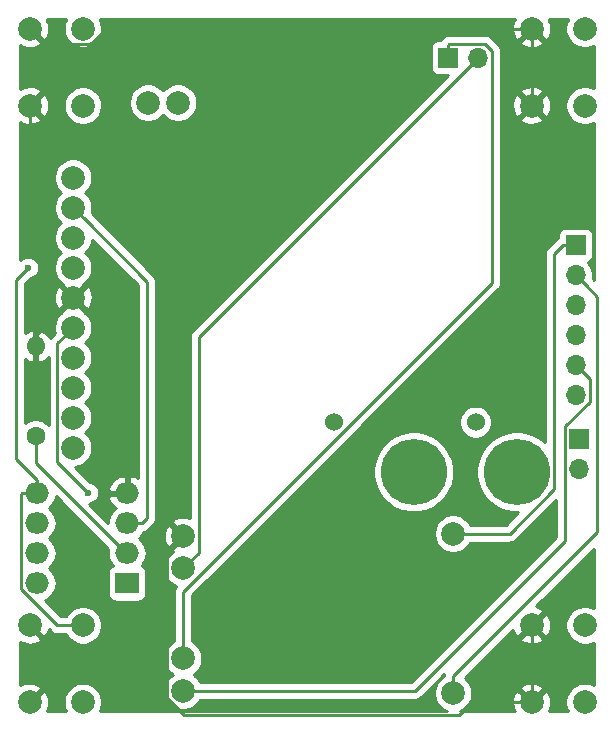
<source format=gbr>
G04 #@! TF.GenerationSoftware,KiCad,Pcbnew,5.1.5-52549c5~84~ubuntu18.04.1*
G04 #@! TF.CreationDate,2020-01-28T15:27:20+01:00*
G04 #@! TF.ProjectId,Nokolino,4e6f6b6f-6c69-46e6-9f2e-6b696361645f,3.0*
G04 #@! TF.SameCoordinates,Original*
G04 #@! TF.FileFunction,Copper,L2,Bot*
G04 #@! TF.FilePolarity,Positive*
%FSLAX46Y46*%
G04 Gerber Fmt 4.6, Leading zero omitted, Abs format (unit mm)*
G04 Created by KiCad (PCBNEW 5.1.5-52549c5~84~ubuntu18.04.1) date 2020-01-28 15:27:20*
%MOMM*%
%LPD*%
G04 APERTURE LIST*
%ADD10C,2.000000*%
%ADD11O,2.000000X1.800000*%
%ADD12R,2.000000X1.800000*%
%ADD13C,1.524000*%
%ADD14C,5.600000*%
%ADD15O,1.700000X1.700000*%
%ADD16R,1.700000X1.700000*%
%ADD17C,1.600000*%
%ADD18O,1.600000X1.600000*%
%ADD19C,0.600000*%
%ADD20C,0.250000*%
%ADD21C,0.254000*%
G04 APERTURE END LIST*
D10*
X170599100Y-145249900D03*
X170599100Y-131737100D03*
X147739100Y-145046700D03*
X147739100Y-131940300D03*
X147739100Y-134683500D03*
X147739100Y-142303500D03*
D11*
X135382000Y-135953500D03*
X143002000Y-128333500D03*
X135382000Y-133413500D03*
X143002000Y-130873500D03*
X135382000Y-130873500D03*
X143002000Y-133413500D03*
X135382000Y-128333500D03*
D12*
X143002000Y-135953500D03*
D13*
X172500000Y-122300000D03*
X160500000Y-122300000D03*
D14*
X176000000Y-126500000D03*
X167250000Y-126500000D03*
D15*
X172720000Y-91440000D03*
D16*
X170180000Y-91440000D03*
D15*
X181250000Y-126290000D03*
D16*
X181250000Y-123750000D03*
D15*
X180975000Y-120015000D03*
X180975000Y-117475000D03*
X180975000Y-114935000D03*
X180975000Y-112395000D03*
X180975000Y-109855000D03*
D16*
X180975000Y-107315000D03*
D17*
X135250000Y-123500000D03*
D18*
X135250000Y-115880000D03*
D10*
X139250000Y-95500000D03*
X134750000Y-95500000D03*
X139250000Y-89000000D03*
X134750000Y-89000000D03*
X177250000Y-89000000D03*
X181750000Y-89000000D03*
X177250000Y-95500000D03*
X181750000Y-95500000D03*
X181750000Y-146000000D03*
X177250000Y-146000000D03*
X181750000Y-139500000D03*
X177250000Y-139500000D03*
X134750000Y-139500000D03*
X139250000Y-139500000D03*
X134750000Y-146000000D03*
X139250000Y-146000000D03*
X138430000Y-101600000D03*
X138430000Y-104140000D03*
X138430000Y-106680000D03*
X138430000Y-109220000D03*
X138430000Y-111760000D03*
X138430000Y-114300000D03*
X138430000Y-116840000D03*
X138430000Y-119380000D03*
X138430000Y-121920000D03*
X138430000Y-124460000D03*
X144780000Y-95250000D03*
X147320000Y-95250000D03*
D19*
X134620000Y-109220000D03*
X134620000Y-109220000D03*
X139700000Y-128270000D03*
X139700000Y-128270000D03*
D20*
X133600010Y-125401510D02*
X133600010Y-110239990D01*
X135382000Y-128333500D02*
X135382000Y-127183500D01*
X135382000Y-127183500D02*
X133600010Y-125401510D01*
X133600010Y-110239990D02*
X134620000Y-109220000D01*
X134620000Y-109220000D02*
X134620000Y-109220000D01*
X134620000Y-109220000D02*
X134620000Y-109220000D01*
X137835787Y-139500000D02*
X139250000Y-139500000D01*
X137096075Y-139500000D02*
X137835787Y-139500000D01*
X134056990Y-136460915D02*
X137096075Y-139500000D01*
X134056990Y-128408510D02*
X134056990Y-136460915D01*
X134132000Y-128333500D02*
X134056990Y-128408510D01*
X135382000Y-128333500D02*
X134132000Y-128333500D01*
X137104999Y-115625001D02*
X137104999Y-125674999D01*
X138430000Y-114300000D02*
X137104999Y-115625001D01*
X137104999Y-125674999D02*
X139700000Y-128270000D01*
X139700000Y-128270000D02*
X139700000Y-128270000D01*
X139700000Y-128270000D02*
X139700000Y-128270000D01*
X170180000Y-90340000D02*
X170180000Y-91440000D01*
X170255001Y-90264999D02*
X170180000Y-90340000D01*
X173284001Y-90264999D02*
X170255001Y-90264999D01*
X173895001Y-90875999D02*
X173284001Y-90264999D01*
X173895001Y-110488601D02*
X173895001Y-90875999D01*
X147739100Y-136644502D02*
X173895001Y-110488601D01*
X147739100Y-142303500D02*
X147739100Y-136644502D01*
X149064101Y-115095899D02*
X171870001Y-92289999D01*
X147739100Y-134683500D02*
X149064101Y-133358499D01*
X149064101Y-133358499D02*
X149064101Y-115095899D01*
X171870001Y-92289999D02*
X172720000Y-91440000D01*
X179125001Y-108064999D02*
X179875000Y-107315000D01*
X179125001Y-128000001D02*
X179125001Y-108064999D01*
X179875000Y-107315000D02*
X180975000Y-107315000D01*
X175387902Y-131737100D02*
X179125001Y-128000001D01*
X170599100Y-131737100D02*
X175387902Y-131737100D01*
X182799990Y-131634797D02*
X182799990Y-111679990D01*
X182799990Y-111679990D02*
X181824999Y-110704999D01*
X170599100Y-143835687D02*
X182799990Y-131634797D01*
X181824999Y-110704999D02*
X180975000Y-109855000D01*
X170599100Y-145249900D02*
X170599100Y-143835687D01*
X177250000Y-89000000D02*
X177250000Y-95500000D01*
X146739101Y-132940299D02*
X147739100Y-131940300D01*
X146414099Y-133265301D02*
X146739101Y-132940299D01*
X171064223Y-147099990D02*
X147831388Y-147099990D01*
X147831388Y-147099990D02*
X146414099Y-145682701D01*
X146414099Y-145682701D02*
X146414099Y-133265301D01*
X135250000Y-114940000D02*
X135250000Y-115880000D01*
X138430000Y-111760000D02*
X135250000Y-114940000D01*
X134750000Y-108080000D02*
X134750000Y-95500000D01*
X138430000Y-111760000D02*
X134750000Y-108080000D01*
X136075001Y-90325001D02*
X135749999Y-89999999D01*
X139886001Y-90325001D02*
X136075001Y-90325001D01*
X135749999Y-89999999D02*
X134750000Y-89000000D01*
X141211002Y-89000000D02*
X139886001Y-90325001D01*
X177250000Y-89000000D02*
X141211002Y-89000000D01*
X177250000Y-140914213D02*
X177250000Y-146000000D01*
X177250000Y-139500000D02*
X177250000Y-140914213D01*
X172164213Y-146000000D02*
X171064223Y-147099990D01*
X177250000Y-146000000D02*
X172164213Y-146000000D01*
X135250000Y-125761500D02*
X135250000Y-124631370D01*
X135250000Y-124631370D02*
X135250000Y-123500000D01*
X142902000Y-133413500D02*
X135250000Y-125761500D01*
X143002000Y-133413500D02*
X142902000Y-133413500D01*
X181824999Y-118324999D02*
X180975000Y-117475000D01*
X182150001Y-120579001D02*
X182150001Y-118650001D01*
X182150001Y-118650001D02*
X181824999Y-118324999D01*
X180074999Y-122654003D02*
X182150001Y-120579001D01*
X180074999Y-132345001D02*
X180074999Y-122654003D01*
X167373300Y-145046700D02*
X180074999Y-132345001D01*
X147739100Y-145046700D02*
X167373300Y-145046700D01*
X139429999Y-105139999D02*
X138430000Y-104140000D01*
X144693801Y-110403801D02*
X139429999Y-105139999D01*
X144693801Y-130431699D02*
X144693801Y-110403801D01*
X144252000Y-130873500D02*
X144693801Y-130431699D01*
X143002000Y-130873500D02*
X144252000Y-130873500D01*
D21*
G36*
X182490000Y-138036807D02*
G01*
X182226912Y-137927832D01*
X181911033Y-137865000D01*
X181588967Y-137865000D01*
X181273088Y-137927832D01*
X180975537Y-138051082D01*
X180707748Y-138230013D01*
X180480013Y-138457748D01*
X180301082Y-138725537D01*
X180177832Y-139023088D01*
X180115000Y-139338967D01*
X180115000Y-139661033D01*
X180177832Y-139976912D01*
X180301082Y-140274463D01*
X180480013Y-140542252D01*
X180707748Y-140769987D01*
X180975537Y-140948918D01*
X181273088Y-141072168D01*
X181588967Y-141135000D01*
X181911033Y-141135000D01*
X182226912Y-141072168D01*
X182490000Y-140963193D01*
X182490000Y-144536807D01*
X182226912Y-144427832D01*
X181911033Y-144365000D01*
X181588967Y-144365000D01*
X181273088Y-144427832D01*
X180975537Y-144551082D01*
X180707748Y-144730013D01*
X180480013Y-144957748D01*
X180301082Y-145225537D01*
X180177832Y-145523088D01*
X180115000Y-145838967D01*
X180115000Y-146161033D01*
X180177832Y-146476912D01*
X180301082Y-146774463D01*
X180311463Y-146790000D01*
X178683889Y-146790000D01*
X178790704Y-146570429D01*
X178872384Y-146258892D01*
X178891718Y-145937405D01*
X178847961Y-145618325D01*
X178742795Y-145313912D01*
X178649814Y-145139956D01*
X178385413Y-145044192D01*
X177429605Y-146000000D01*
X177443748Y-146014143D01*
X177264143Y-146193748D01*
X177250000Y-146179605D01*
X177235858Y-146193748D01*
X177056253Y-146014143D01*
X177070395Y-146000000D01*
X176114587Y-145044192D01*
X175850186Y-145139956D01*
X175709296Y-145429571D01*
X175627616Y-145741108D01*
X175608282Y-146062595D01*
X175652039Y-146381675D01*
X175757205Y-146686088D01*
X175812747Y-146790000D01*
X171153431Y-146790000D01*
X171373563Y-146698818D01*
X171641352Y-146519887D01*
X171869087Y-146292152D01*
X172048018Y-146024363D01*
X172171268Y-145726812D01*
X172234100Y-145410933D01*
X172234100Y-145088867D01*
X172189489Y-144864587D01*
X176294192Y-144864587D01*
X177250000Y-145820395D01*
X178205808Y-144864587D01*
X178110044Y-144600186D01*
X177820429Y-144459296D01*
X177508892Y-144377616D01*
X177187405Y-144358282D01*
X176868325Y-144402039D01*
X176563912Y-144507205D01*
X176389956Y-144600186D01*
X176294192Y-144864587D01*
X172189489Y-144864587D01*
X172171268Y-144772988D01*
X172048018Y-144475437D01*
X171869087Y-144207648D01*
X171641352Y-143979913D01*
X171574407Y-143935181D01*
X174874175Y-140635413D01*
X176294192Y-140635413D01*
X176389956Y-140899814D01*
X176679571Y-141040704D01*
X176991108Y-141122384D01*
X177312595Y-141141718D01*
X177631675Y-141097961D01*
X177936088Y-140992795D01*
X178110044Y-140899814D01*
X178205808Y-140635413D01*
X177250000Y-139679605D01*
X176294192Y-140635413D01*
X174874175Y-140635413D01*
X175649130Y-139860459D01*
X175652039Y-139881675D01*
X175757205Y-140186088D01*
X175850186Y-140360044D01*
X176114587Y-140455808D01*
X177070395Y-139500000D01*
X177429605Y-139500000D01*
X178385413Y-140455808D01*
X178649814Y-140360044D01*
X178790704Y-140070429D01*
X178872384Y-139758892D01*
X178891718Y-139437405D01*
X178847961Y-139118325D01*
X178742795Y-138813912D01*
X178649814Y-138639956D01*
X178385413Y-138544192D01*
X177429605Y-139500000D01*
X177070395Y-139500000D01*
X177056253Y-139485858D01*
X177235858Y-139306253D01*
X177250000Y-139320395D01*
X178205808Y-138364587D01*
X178110044Y-138100186D01*
X177820429Y-137959296D01*
X177606406Y-137903183D01*
X182490000Y-133019589D01*
X182490000Y-138036807D01*
G37*
X182490000Y-138036807D02*
X182226912Y-137927832D01*
X181911033Y-137865000D01*
X181588967Y-137865000D01*
X181273088Y-137927832D01*
X180975537Y-138051082D01*
X180707748Y-138230013D01*
X180480013Y-138457748D01*
X180301082Y-138725537D01*
X180177832Y-139023088D01*
X180115000Y-139338967D01*
X180115000Y-139661033D01*
X180177832Y-139976912D01*
X180301082Y-140274463D01*
X180480013Y-140542252D01*
X180707748Y-140769987D01*
X180975537Y-140948918D01*
X181273088Y-141072168D01*
X181588967Y-141135000D01*
X181911033Y-141135000D01*
X182226912Y-141072168D01*
X182490000Y-140963193D01*
X182490000Y-144536807D01*
X182226912Y-144427832D01*
X181911033Y-144365000D01*
X181588967Y-144365000D01*
X181273088Y-144427832D01*
X180975537Y-144551082D01*
X180707748Y-144730013D01*
X180480013Y-144957748D01*
X180301082Y-145225537D01*
X180177832Y-145523088D01*
X180115000Y-145838967D01*
X180115000Y-146161033D01*
X180177832Y-146476912D01*
X180301082Y-146774463D01*
X180311463Y-146790000D01*
X178683889Y-146790000D01*
X178790704Y-146570429D01*
X178872384Y-146258892D01*
X178891718Y-145937405D01*
X178847961Y-145618325D01*
X178742795Y-145313912D01*
X178649814Y-145139956D01*
X178385413Y-145044192D01*
X177429605Y-146000000D01*
X177443748Y-146014143D01*
X177264143Y-146193748D01*
X177250000Y-146179605D01*
X177235858Y-146193748D01*
X177056253Y-146014143D01*
X177070395Y-146000000D01*
X176114587Y-145044192D01*
X175850186Y-145139956D01*
X175709296Y-145429571D01*
X175627616Y-145741108D01*
X175608282Y-146062595D01*
X175652039Y-146381675D01*
X175757205Y-146686088D01*
X175812747Y-146790000D01*
X171153431Y-146790000D01*
X171373563Y-146698818D01*
X171641352Y-146519887D01*
X171869087Y-146292152D01*
X172048018Y-146024363D01*
X172171268Y-145726812D01*
X172234100Y-145410933D01*
X172234100Y-145088867D01*
X172189489Y-144864587D01*
X176294192Y-144864587D01*
X177250000Y-145820395D01*
X178205808Y-144864587D01*
X178110044Y-144600186D01*
X177820429Y-144459296D01*
X177508892Y-144377616D01*
X177187405Y-144358282D01*
X176868325Y-144402039D01*
X176563912Y-144507205D01*
X176389956Y-144600186D01*
X176294192Y-144864587D01*
X172189489Y-144864587D01*
X172171268Y-144772988D01*
X172048018Y-144475437D01*
X171869087Y-144207648D01*
X171641352Y-143979913D01*
X171574407Y-143935181D01*
X174874175Y-140635413D01*
X176294192Y-140635413D01*
X176389956Y-140899814D01*
X176679571Y-141040704D01*
X176991108Y-141122384D01*
X177312595Y-141141718D01*
X177631675Y-141097961D01*
X177936088Y-140992795D01*
X178110044Y-140899814D01*
X178205808Y-140635413D01*
X177250000Y-139679605D01*
X176294192Y-140635413D01*
X174874175Y-140635413D01*
X175649130Y-139860459D01*
X175652039Y-139881675D01*
X175757205Y-140186088D01*
X175850186Y-140360044D01*
X176114587Y-140455808D01*
X177070395Y-139500000D01*
X177429605Y-139500000D01*
X178385413Y-140455808D01*
X178649814Y-140360044D01*
X178790704Y-140070429D01*
X178872384Y-139758892D01*
X178891718Y-139437405D01*
X178847961Y-139118325D01*
X178742795Y-138813912D01*
X178649814Y-138639956D01*
X178385413Y-138544192D01*
X177429605Y-139500000D01*
X177070395Y-139500000D01*
X177056253Y-139485858D01*
X177235858Y-139306253D01*
X177250000Y-139320395D01*
X178205808Y-138364587D01*
X178110044Y-138100186D01*
X177820429Y-137959296D01*
X177606406Y-137903183D01*
X182490000Y-133019589D01*
X182490000Y-138036807D01*
G36*
X137801082Y-88225537D02*
G01*
X137677832Y-88523088D01*
X137615000Y-88838967D01*
X137615000Y-89161033D01*
X137677832Y-89476912D01*
X137801082Y-89774463D01*
X137980013Y-90042252D01*
X138207748Y-90269987D01*
X138475537Y-90448918D01*
X138773088Y-90572168D01*
X139088967Y-90635000D01*
X139411033Y-90635000D01*
X139726912Y-90572168D01*
X140024463Y-90448918D01*
X140292252Y-90269987D01*
X140519987Y-90042252D01*
X140698918Y-89774463D01*
X140822168Y-89476912D01*
X140885000Y-89161033D01*
X140885000Y-88838967D01*
X140822168Y-88523088D01*
X140698918Y-88225537D01*
X140688537Y-88210000D01*
X175816111Y-88210000D01*
X175709296Y-88429571D01*
X175627616Y-88741108D01*
X175608282Y-89062595D01*
X175652039Y-89381675D01*
X175757205Y-89686088D01*
X175850186Y-89860044D01*
X176114587Y-89955808D01*
X177070395Y-89000000D01*
X177056253Y-88985858D01*
X177235858Y-88806253D01*
X177250000Y-88820395D01*
X177264143Y-88806253D01*
X177443748Y-88985858D01*
X177429605Y-89000000D01*
X178385413Y-89955808D01*
X178649814Y-89860044D01*
X178790704Y-89570429D01*
X178872384Y-89258892D01*
X178891718Y-88937405D01*
X178847961Y-88618325D01*
X178742795Y-88313912D01*
X178687253Y-88210000D01*
X180311463Y-88210000D01*
X180301082Y-88225537D01*
X180177832Y-88523088D01*
X180115000Y-88838967D01*
X180115000Y-89161033D01*
X180177832Y-89476912D01*
X180301082Y-89774463D01*
X180480013Y-90042252D01*
X180707748Y-90269987D01*
X180975537Y-90448918D01*
X181273088Y-90572168D01*
X181588967Y-90635000D01*
X181911033Y-90635000D01*
X182226912Y-90572168D01*
X182490001Y-90463193D01*
X182490001Y-94036807D01*
X182226912Y-93927832D01*
X181911033Y-93865000D01*
X181588967Y-93865000D01*
X181273088Y-93927832D01*
X180975537Y-94051082D01*
X180707748Y-94230013D01*
X180480013Y-94457748D01*
X180301082Y-94725537D01*
X180177832Y-95023088D01*
X180115000Y-95338967D01*
X180115000Y-95661033D01*
X180177832Y-95976912D01*
X180301082Y-96274463D01*
X180480013Y-96542252D01*
X180707748Y-96769987D01*
X180975537Y-96948918D01*
X181273088Y-97072168D01*
X181588967Y-97135000D01*
X181911033Y-97135000D01*
X182226912Y-97072168D01*
X182490001Y-96963193D01*
X182490001Y-110295199D01*
X182416209Y-110221408D01*
X182460000Y-110001260D01*
X182460000Y-109708740D01*
X182402932Y-109421842D01*
X182290990Y-109151589D01*
X182128475Y-108908368D01*
X181996620Y-108776513D01*
X182069180Y-108754502D01*
X182179494Y-108695537D01*
X182276185Y-108616185D01*
X182355537Y-108519494D01*
X182414502Y-108409180D01*
X182450812Y-108289482D01*
X182463072Y-108165000D01*
X182463072Y-106465000D01*
X182450812Y-106340518D01*
X182414502Y-106220820D01*
X182355537Y-106110506D01*
X182276185Y-106013815D01*
X182179494Y-105934463D01*
X182069180Y-105875498D01*
X181949482Y-105839188D01*
X181825000Y-105826928D01*
X180125000Y-105826928D01*
X180000518Y-105839188D01*
X179880820Y-105875498D01*
X179770506Y-105934463D01*
X179673815Y-106013815D01*
X179594463Y-106110506D01*
X179535498Y-106220820D01*
X179499188Y-106340518D01*
X179486928Y-106465000D01*
X179486928Y-106660674D01*
X179450724Y-106680026D01*
X179334999Y-106774999D01*
X179311201Y-106803998D01*
X178613999Y-107501200D01*
X178585001Y-107524998D01*
X178561203Y-107553996D01*
X178561202Y-107553997D01*
X178490027Y-107640723D01*
X178419455Y-107772753D01*
X178375999Y-107916014D01*
X178361325Y-108064999D01*
X178365002Y-108102332D01*
X178365001Y-124007178D01*
X178189685Y-123831862D01*
X177627082Y-123455943D01*
X177001952Y-123197006D01*
X176338318Y-123065000D01*
X175661682Y-123065000D01*
X174998048Y-123197006D01*
X174372918Y-123455943D01*
X173810315Y-123831862D01*
X173331862Y-124310315D01*
X172955943Y-124872918D01*
X172697006Y-125498048D01*
X172565000Y-126161682D01*
X172565000Y-126838318D01*
X172697006Y-127501952D01*
X172955943Y-128127082D01*
X173331862Y-128689685D01*
X173810315Y-129168138D01*
X174372918Y-129544057D01*
X174998048Y-129802994D01*
X175661682Y-129935000D01*
X176115201Y-129935000D01*
X175073101Y-130977100D01*
X172054009Y-130977100D01*
X172048018Y-130962637D01*
X171869087Y-130694848D01*
X171641352Y-130467113D01*
X171373563Y-130288182D01*
X171076012Y-130164932D01*
X170760133Y-130102100D01*
X170438067Y-130102100D01*
X170122188Y-130164932D01*
X169824637Y-130288182D01*
X169556848Y-130467113D01*
X169329113Y-130694848D01*
X169150182Y-130962637D01*
X169026932Y-131260188D01*
X168964100Y-131576067D01*
X168964100Y-131898133D01*
X169026932Y-132214012D01*
X169150182Y-132511563D01*
X169329113Y-132779352D01*
X169556848Y-133007087D01*
X169824637Y-133186018D01*
X170122188Y-133309268D01*
X170438067Y-133372100D01*
X170760133Y-133372100D01*
X171076012Y-133309268D01*
X171373563Y-133186018D01*
X171641352Y-133007087D01*
X171869087Y-132779352D01*
X172048018Y-132511563D01*
X172054009Y-132497100D01*
X175350580Y-132497100D01*
X175387902Y-132500776D01*
X175425224Y-132497100D01*
X175425235Y-132497100D01*
X175536888Y-132486103D01*
X175680149Y-132442646D01*
X175812178Y-132372074D01*
X175927903Y-132277101D01*
X175951706Y-132248097D01*
X179314999Y-128884805D01*
X179314999Y-132030199D01*
X167058499Y-144286700D01*
X149194009Y-144286700D01*
X149188018Y-144272237D01*
X149009087Y-144004448D01*
X148781352Y-143776713D01*
X148629277Y-143675100D01*
X148781352Y-143573487D01*
X149009087Y-143345752D01*
X149188018Y-143077963D01*
X149311268Y-142780412D01*
X149374100Y-142464533D01*
X149374100Y-142142467D01*
X149311268Y-141826588D01*
X149188018Y-141529037D01*
X149009087Y-141261248D01*
X148781352Y-141033513D01*
X148513563Y-140854582D01*
X148499100Y-140848591D01*
X148499100Y-136959303D01*
X159296721Y-126161682D01*
X163815000Y-126161682D01*
X163815000Y-126838318D01*
X163947006Y-127501952D01*
X164205943Y-128127082D01*
X164581862Y-128689685D01*
X165060315Y-129168138D01*
X165622918Y-129544057D01*
X166248048Y-129802994D01*
X166911682Y-129935000D01*
X167588318Y-129935000D01*
X168251952Y-129802994D01*
X168877082Y-129544057D01*
X169439685Y-129168138D01*
X169918138Y-128689685D01*
X170294057Y-128127082D01*
X170552994Y-127501952D01*
X170685000Y-126838318D01*
X170685000Y-126161682D01*
X170552994Y-125498048D01*
X170294057Y-124872918D01*
X169918138Y-124310315D01*
X169439685Y-123831862D01*
X168877082Y-123455943D01*
X168251952Y-123197006D01*
X167588318Y-123065000D01*
X166911682Y-123065000D01*
X166248048Y-123197006D01*
X165622918Y-123455943D01*
X165060315Y-123831862D01*
X164581862Y-124310315D01*
X164205943Y-124872918D01*
X163947006Y-125498048D01*
X163815000Y-126161682D01*
X159296721Y-126161682D01*
X163295995Y-122162408D01*
X171103000Y-122162408D01*
X171103000Y-122437592D01*
X171156686Y-122707490D01*
X171261995Y-122961727D01*
X171414880Y-123190535D01*
X171609465Y-123385120D01*
X171838273Y-123538005D01*
X172092510Y-123643314D01*
X172362408Y-123697000D01*
X172637592Y-123697000D01*
X172907490Y-123643314D01*
X173161727Y-123538005D01*
X173390535Y-123385120D01*
X173585120Y-123190535D01*
X173738005Y-122961727D01*
X173843314Y-122707490D01*
X173897000Y-122437592D01*
X173897000Y-122162408D01*
X173843314Y-121892510D01*
X173738005Y-121638273D01*
X173585120Y-121409465D01*
X173390535Y-121214880D01*
X173161727Y-121061995D01*
X172907490Y-120956686D01*
X172637592Y-120903000D01*
X172362408Y-120903000D01*
X172092510Y-120956686D01*
X171838273Y-121061995D01*
X171609465Y-121214880D01*
X171414880Y-121409465D01*
X171261995Y-121638273D01*
X171156686Y-121892510D01*
X171103000Y-122162408D01*
X163295995Y-122162408D01*
X174406005Y-111052399D01*
X174435002Y-111028602D01*
X174467509Y-110988992D01*
X174529975Y-110912878D01*
X174600547Y-110780848D01*
X174623555Y-110704998D01*
X174644004Y-110637587D01*
X174655001Y-110525934D01*
X174655001Y-110525924D01*
X174658677Y-110488601D01*
X174655001Y-110451278D01*
X174655001Y-96635413D01*
X176294192Y-96635413D01*
X176389956Y-96899814D01*
X176679571Y-97040704D01*
X176991108Y-97122384D01*
X177312595Y-97141718D01*
X177631675Y-97097961D01*
X177936088Y-96992795D01*
X178110044Y-96899814D01*
X178205808Y-96635413D01*
X177250000Y-95679605D01*
X176294192Y-96635413D01*
X174655001Y-96635413D01*
X174655001Y-95562595D01*
X175608282Y-95562595D01*
X175652039Y-95881675D01*
X175757205Y-96186088D01*
X175850186Y-96360044D01*
X176114587Y-96455808D01*
X177070395Y-95500000D01*
X177429605Y-95500000D01*
X178385413Y-96455808D01*
X178649814Y-96360044D01*
X178790704Y-96070429D01*
X178872384Y-95758892D01*
X178891718Y-95437405D01*
X178847961Y-95118325D01*
X178742795Y-94813912D01*
X178649814Y-94639956D01*
X178385413Y-94544192D01*
X177429605Y-95500000D01*
X177070395Y-95500000D01*
X176114587Y-94544192D01*
X175850186Y-94639956D01*
X175709296Y-94929571D01*
X175627616Y-95241108D01*
X175608282Y-95562595D01*
X174655001Y-95562595D01*
X174655001Y-94364587D01*
X176294192Y-94364587D01*
X177250000Y-95320395D01*
X178205808Y-94364587D01*
X178110044Y-94100186D01*
X177820429Y-93959296D01*
X177508892Y-93877616D01*
X177187405Y-93858282D01*
X176868325Y-93902039D01*
X176563912Y-94007205D01*
X176389956Y-94100186D01*
X176294192Y-94364587D01*
X174655001Y-94364587D01*
X174655001Y-90913321D01*
X174658677Y-90875998D01*
X174655001Y-90838675D01*
X174655001Y-90838666D01*
X174644004Y-90727013D01*
X174600547Y-90583752D01*
X174529975Y-90451723D01*
X174499004Y-90413985D01*
X174458800Y-90364995D01*
X174458796Y-90364991D01*
X174435002Y-90335998D01*
X174406009Y-90312204D01*
X174229218Y-90135413D01*
X176294192Y-90135413D01*
X176389956Y-90399814D01*
X176679571Y-90540704D01*
X176991108Y-90622384D01*
X177312595Y-90641718D01*
X177631675Y-90597961D01*
X177936088Y-90492795D01*
X178110044Y-90399814D01*
X178205808Y-90135413D01*
X177250000Y-89179605D01*
X176294192Y-90135413D01*
X174229218Y-90135413D01*
X173847804Y-89754001D01*
X173824002Y-89724998D01*
X173708277Y-89630025D01*
X173576248Y-89559453D01*
X173432987Y-89515996D01*
X173321334Y-89504999D01*
X173321323Y-89504999D01*
X173284001Y-89501323D01*
X173246679Y-89504999D01*
X170292323Y-89504999D01*
X170255000Y-89501323D01*
X170217678Y-89504999D01*
X170217668Y-89504999D01*
X170106015Y-89515996D01*
X169962754Y-89559453D01*
X169830725Y-89630025D01*
X169715000Y-89724998D01*
X169691200Y-89753998D01*
X169669000Y-89776198D01*
X169639999Y-89799999D01*
X169590722Y-89860044D01*
X169545026Y-89915724D01*
X169525674Y-89951928D01*
X169330000Y-89951928D01*
X169205518Y-89964188D01*
X169085820Y-90000498D01*
X168975506Y-90059463D01*
X168878815Y-90138815D01*
X168799463Y-90235506D01*
X168740498Y-90345820D01*
X168704188Y-90465518D01*
X168691928Y-90590000D01*
X168691928Y-92290000D01*
X168704188Y-92414482D01*
X168740498Y-92534180D01*
X168799463Y-92644494D01*
X168878815Y-92741185D01*
X168975506Y-92820537D01*
X169085820Y-92879502D01*
X169205518Y-92915812D01*
X169330000Y-92928072D01*
X170157126Y-92928072D01*
X148553099Y-114532100D01*
X148524101Y-114555898D01*
X148500303Y-114584896D01*
X148500302Y-114584897D01*
X148429127Y-114671623D01*
X148358555Y-114803653D01*
X148315099Y-114946914D01*
X148300425Y-115095899D01*
X148304102Y-115133232D01*
X148304101Y-130398173D01*
X147997992Y-130317916D01*
X147676505Y-130298582D01*
X147357425Y-130342339D01*
X147053012Y-130447505D01*
X146879056Y-130540486D01*
X146783292Y-130804887D01*
X147739100Y-131760695D01*
X147753243Y-131746553D01*
X147932848Y-131926158D01*
X147918705Y-131940300D01*
X147932848Y-131954443D01*
X147753243Y-132134048D01*
X147739100Y-132119905D01*
X146783292Y-133075713D01*
X146864957Y-133301186D01*
X146696848Y-133413513D01*
X146469113Y-133641248D01*
X146290182Y-133909037D01*
X146166932Y-134206588D01*
X146104100Y-134522467D01*
X146104100Y-134844533D01*
X146166932Y-135160412D01*
X146290182Y-135457963D01*
X146469113Y-135725752D01*
X146696848Y-135953487D01*
X146964637Y-136132418D01*
X147122519Y-136197815D01*
X147104126Y-136220226D01*
X147033554Y-136352256D01*
X146990098Y-136495517D01*
X146975424Y-136644502D01*
X146979101Y-136681834D01*
X146979100Y-140848591D01*
X146964637Y-140854582D01*
X146696848Y-141033513D01*
X146469113Y-141261248D01*
X146290182Y-141529037D01*
X146166932Y-141826588D01*
X146104100Y-142142467D01*
X146104100Y-142464533D01*
X146166932Y-142780412D01*
X146290182Y-143077963D01*
X146469113Y-143345752D01*
X146696848Y-143573487D01*
X146848923Y-143675100D01*
X146696848Y-143776713D01*
X146469113Y-144004448D01*
X146290182Y-144272237D01*
X146166932Y-144569788D01*
X146104100Y-144885667D01*
X146104100Y-145207733D01*
X146166932Y-145523612D01*
X146290182Y-145821163D01*
X146469113Y-146088952D01*
X146696848Y-146316687D01*
X146964637Y-146495618D01*
X147262188Y-146618868D01*
X147578067Y-146681700D01*
X147900133Y-146681700D01*
X148216012Y-146618868D01*
X148513563Y-146495618D01*
X148781352Y-146316687D01*
X149009087Y-146088952D01*
X149188018Y-145821163D01*
X149194009Y-145806700D01*
X167335978Y-145806700D01*
X167373300Y-145810376D01*
X167410622Y-145806700D01*
X167410633Y-145806700D01*
X167522286Y-145795703D01*
X167665547Y-145752246D01*
X167797576Y-145681674D01*
X167913301Y-145586701D01*
X167937104Y-145557697D01*
X169868385Y-143626416D01*
X169850098Y-143686701D01*
X169839446Y-143794848D01*
X169824637Y-143800982D01*
X169556848Y-143979913D01*
X169329113Y-144207648D01*
X169150182Y-144475437D01*
X169026932Y-144772988D01*
X168964100Y-145088867D01*
X168964100Y-145410933D01*
X169026932Y-145726812D01*
X169150182Y-146024363D01*
X169329113Y-146292152D01*
X169556848Y-146519887D01*
X169824637Y-146698818D01*
X170044769Y-146790000D01*
X140688537Y-146790000D01*
X140698918Y-146774463D01*
X140822168Y-146476912D01*
X140885000Y-146161033D01*
X140885000Y-145838967D01*
X140822168Y-145523088D01*
X140698918Y-145225537D01*
X140519987Y-144957748D01*
X140292252Y-144730013D01*
X140024463Y-144551082D01*
X139726912Y-144427832D01*
X139411033Y-144365000D01*
X139088967Y-144365000D01*
X138773088Y-144427832D01*
X138475537Y-144551082D01*
X138207748Y-144730013D01*
X137980013Y-144957748D01*
X137801082Y-145225537D01*
X137677832Y-145523088D01*
X137615000Y-145838967D01*
X137615000Y-146161033D01*
X137677832Y-146476912D01*
X137801082Y-146774463D01*
X137811463Y-146790000D01*
X136183889Y-146790000D01*
X136290704Y-146570429D01*
X136372384Y-146258892D01*
X136391718Y-145937405D01*
X136347961Y-145618325D01*
X136242795Y-145313912D01*
X136149814Y-145139956D01*
X135885413Y-145044192D01*
X134929605Y-146000000D01*
X134943748Y-146014143D01*
X134764143Y-146193748D01*
X134750000Y-146179605D01*
X134735858Y-146193748D01*
X134556253Y-146014143D01*
X134570395Y-146000000D01*
X134556253Y-145985858D01*
X134735858Y-145806253D01*
X134750000Y-145820395D01*
X135705808Y-144864587D01*
X135610044Y-144600186D01*
X135320429Y-144459296D01*
X135008892Y-144377616D01*
X134687405Y-144358282D01*
X134368325Y-144402039D01*
X134063912Y-144507205D01*
X133910000Y-144589472D01*
X133910000Y-140909565D01*
X134179571Y-141040704D01*
X134491108Y-141122384D01*
X134812595Y-141141718D01*
X135131675Y-141097961D01*
X135436088Y-140992795D01*
X135610044Y-140899814D01*
X135705808Y-140635413D01*
X134750000Y-139679605D01*
X134735858Y-139693748D01*
X134556253Y-139514143D01*
X134570395Y-139500000D01*
X134556253Y-139485858D01*
X134735858Y-139306253D01*
X134750000Y-139320395D01*
X134764143Y-139306253D01*
X134943748Y-139485858D01*
X134929605Y-139500000D01*
X135885413Y-140455808D01*
X136149814Y-140360044D01*
X136290704Y-140070429D01*
X136353228Y-139831955D01*
X136532276Y-140011003D01*
X136556074Y-140040001D01*
X136671799Y-140134974D01*
X136803828Y-140205546D01*
X136947089Y-140249003D01*
X137058742Y-140260000D01*
X137058751Y-140260000D01*
X137096074Y-140263676D01*
X137133397Y-140260000D01*
X137795091Y-140260000D01*
X137801082Y-140274463D01*
X137980013Y-140542252D01*
X138207748Y-140769987D01*
X138475537Y-140948918D01*
X138773088Y-141072168D01*
X139088967Y-141135000D01*
X139411033Y-141135000D01*
X139726912Y-141072168D01*
X140024463Y-140948918D01*
X140292252Y-140769987D01*
X140519987Y-140542252D01*
X140698918Y-140274463D01*
X140822168Y-139976912D01*
X140885000Y-139661033D01*
X140885000Y-139338967D01*
X140822168Y-139023088D01*
X140698918Y-138725537D01*
X140519987Y-138457748D01*
X140292252Y-138230013D01*
X140024463Y-138051082D01*
X139726912Y-137927832D01*
X139411033Y-137865000D01*
X139088967Y-137865000D01*
X138773088Y-137927832D01*
X138475537Y-138051082D01*
X138207748Y-138230013D01*
X137980013Y-138457748D01*
X137801082Y-138725537D01*
X137795091Y-138740000D01*
X137410877Y-138740000D01*
X136054716Y-137383839D01*
X136072261Y-137378517D01*
X136338927Y-137235981D01*
X136572661Y-137044161D01*
X136764481Y-136810427D01*
X136907017Y-136543761D01*
X136994790Y-136254413D01*
X137024427Y-135953500D01*
X136994790Y-135652587D01*
X136907017Y-135363239D01*
X136764481Y-135096573D01*
X136572661Y-134862839D01*
X136354135Y-134683500D01*
X136572661Y-134504161D01*
X136764481Y-134270427D01*
X136907017Y-134003761D01*
X136994790Y-133714413D01*
X137024427Y-133413500D01*
X136994790Y-133112587D01*
X136907017Y-132823239D01*
X136764481Y-132556573D01*
X136572661Y-132322839D01*
X136354135Y-132143500D01*
X136572661Y-131964161D01*
X136764481Y-131730427D01*
X136907017Y-131463761D01*
X136994790Y-131174413D01*
X137024427Y-130873500D01*
X136994790Y-130572587D01*
X136907017Y-130283239D01*
X136764481Y-130016573D01*
X136572661Y-129782839D01*
X136354135Y-129603500D01*
X136572661Y-129424161D01*
X136764481Y-129190427D01*
X136907017Y-128923761D01*
X136994790Y-128634413D01*
X136999571Y-128585872D01*
X141421114Y-133007415D01*
X141389210Y-133112587D01*
X141359573Y-133413500D01*
X141389210Y-133714413D01*
X141476983Y-134003761D01*
X141619519Y-134270427D01*
X141774280Y-134459005D01*
X141757820Y-134463998D01*
X141647506Y-134522963D01*
X141550815Y-134602315D01*
X141471463Y-134699006D01*
X141412498Y-134809320D01*
X141376188Y-134929018D01*
X141363928Y-135053500D01*
X141363928Y-136853500D01*
X141376188Y-136977982D01*
X141412498Y-137097680D01*
X141471463Y-137207994D01*
X141550815Y-137304685D01*
X141647506Y-137384037D01*
X141757820Y-137443002D01*
X141877518Y-137479312D01*
X142002000Y-137491572D01*
X144002000Y-137491572D01*
X144126482Y-137479312D01*
X144246180Y-137443002D01*
X144356494Y-137384037D01*
X144453185Y-137304685D01*
X144532537Y-137207994D01*
X144591502Y-137097680D01*
X144627812Y-136977982D01*
X144640072Y-136853500D01*
X144640072Y-135053500D01*
X144627812Y-134929018D01*
X144591502Y-134809320D01*
X144532537Y-134699006D01*
X144453185Y-134602315D01*
X144356494Y-134522963D01*
X144246180Y-134463998D01*
X144229720Y-134459005D01*
X144384481Y-134270427D01*
X144527017Y-134003761D01*
X144614790Y-133714413D01*
X144644427Y-133413500D01*
X144614790Y-133112587D01*
X144527017Y-132823239D01*
X144384481Y-132556573D01*
X144192661Y-132322839D01*
X143974135Y-132143500D01*
X144145463Y-132002895D01*
X146097382Y-132002895D01*
X146141139Y-132321975D01*
X146246305Y-132626388D01*
X146339286Y-132800344D01*
X146603687Y-132896108D01*
X147559495Y-131940300D01*
X146603687Y-130984492D01*
X146339286Y-131080256D01*
X146198396Y-131369871D01*
X146116716Y-131681408D01*
X146097382Y-132002895D01*
X144145463Y-132002895D01*
X144192661Y-131964161D01*
X144384481Y-131730427D01*
X144450137Y-131607593D01*
X144544247Y-131579046D01*
X144676276Y-131508474D01*
X144792001Y-131413501D01*
X144815804Y-131384497D01*
X145204799Y-130995502D01*
X145233802Y-130971700D01*
X145293832Y-130898553D01*
X145328775Y-130855976D01*
X145399347Y-130723946D01*
X145399347Y-130723945D01*
X145442804Y-130580685D01*
X145453801Y-130469032D01*
X145453801Y-130469022D01*
X145457477Y-130431699D01*
X145453801Y-130394376D01*
X145453801Y-110441123D01*
X145457477Y-110403800D01*
X145453801Y-110366477D01*
X145453801Y-110366468D01*
X145442804Y-110254815D01*
X145399347Y-110111554D01*
X145328775Y-109979525D01*
X145233802Y-109863800D01*
X145204804Y-109840002D01*
X139996177Y-104631376D01*
X140002168Y-104616912D01*
X140065000Y-104301033D01*
X140065000Y-103978967D01*
X140002168Y-103663088D01*
X139878918Y-103365537D01*
X139699987Y-103097748D01*
X139472252Y-102870013D01*
X139472233Y-102870000D01*
X139472252Y-102869987D01*
X139699987Y-102642252D01*
X139878918Y-102374463D01*
X140002168Y-102076912D01*
X140065000Y-101761033D01*
X140065000Y-101438967D01*
X140002168Y-101123088D01*
X139878918Y-100825537D01*
X139699987Y-100557748D01*
X139472252Y-100330013D01*
X139204463Y-100151082D01*
X138906912Y-100027832D01*
X138591033Y-99965000D01*
X138268967Y-99965000D01*
X137953088Y-100027832D01*
X137655537Y-100151082D01*
X137387748Y-100330013D01*
X137160013Y-100557748D01*
X136981082Y-100825537D01*
X136857832Y-101123088D01*
X136795000Y-101438967D01*
X136795000Y-101761033D01*
X136857832Y-102076912D01*
X136981082Y-102374463D01*
X137160013Y-102642252D01*
X137387748Y-102869987D01*
X137387767Y-102870000D01*
X137387748Y-102870013D01*
X137160013Y-103097748D01*
X136981082Y-103365537D01*
X136857832Y-103663088D01*
X136795000Y-103978967D01*
X136795000Y-104301033D01*
X136857832Y-104616912D01*
X136981082Y-104914463D01*
X137160013Y-105182252D01*
X137387748Y-105409987D01*
X137387767Y-105410000D01*
X137387748Y-105410013D01*
X137160013Y-105637748D01*
X136981082Y-105905537D01*
X136857832Y-106203088D01*
X136795000Y-106518967D01*
X136795000Y-106841033D01*
X136857832Y-107156912D01*
X136981082Y-107454463D01*
X137160013Y-107722252D01*
X137387748Y-107949987D01*
X137387767Y-107950000D01*
X137387748Y-107950013D01*
X137160013Y-108177748D01*
X136981082Y-108445537D01*
X136857832Y-108743088D01*
X136795000Y-109058967D01*
X136795000Y-109381033D01*
X136857832Y-109696912D01*
X136981082Y-109994463D01*
X137160013Y-110262252D01*
X137387748Y-110489987D01*
X137496600Y-110562720D01*
X137474192Y-110624587D01*
X138430000Y-111580395D01*
X139385808Y-110624587D01*
X139363400Y-110562720D01*
X139472252Y-110489987D01*
X139699987Y-110262252D01*
X139878918Y-109994463D01*
X140002168Y-109696912D01*
X140065000Y-109381033D01*
X140065000Y-109058967D01*
X140002168Y-108743088D01*
X139878918Y-108445537D01*
X139699987Y-108177748D01*
X139472252Y-107950013D01*
X139472233Y-107950000D01*
X139472252Y-107949987D01*
X139699987Y-107722252D01*
X139878918Y-107454463D01*
X140002168Y-107156912D01*
X140063545Y-106848346D01*
X143933802Y-110718604D01*
X143933801Y-127045508D01*
X143926474Y-127039756D01*
X143658235Y-126903768D01*
X143368620Y-126822724D01*
X143129000Y-126958366D01*
X143129000Y-128206500D01*
X143149000Y-128206500D01*
X143149000Y-128460500D01*
X143129000Y-128460500D01*
X143129000Y-128480500D01*
X142875000Y-128480500D01*
X142875000Y-128460500D01*
X141531622Y-128460500D01*
X141410964Y-128698240D01*
X141497709Y-128951156D01*
X141645191Y-129213251D01*
X141840971Y-129441538D01*
X142038379Y-129596512D01*
X141811339Y-129782839D01*
X141619519Y-130016573D01*
X141476983Y-130283239D01*
X141389210Y-130572587D01*
X141366497Y-130803196D01*
X139768302Y-129205000D01*
X139792089Y-129205000D01*
X139972729Y-129169068D01*
X140142889Y-129098586D01*
X140296028Y-128996262D01*
X140426262Y-128866028D01*
X140528586Y-128712889D01*
X140599068Y-128542729D01*
X140635000Y-128362089D01*
X140635000Y-128177911D01*
X140599068Y-127997271D01*
X140587259Y-127968760D01*
X141410964Y-127968760D01*
X141531622Y-128206500D01*
X142875000Y-128206500D01*
X142875000Y-126958366D01*
X142635380Y-126822724D01*
X142345765Y-126903768D01*
X142077526Y-127039756D01*
X141840971Y-127225462D01*
X141645191Y-127453749D01*
X141497709Y-127715844D01*
X141410964Y-127968760D01*
X140587259Y-127968760D01*
X140528586Y-127827111D01*
X140426262Y-127673972D01*
X140296028Y-127543738D01*
X140142889Y-127441414D01*
X139972729Y-127370932D01*
X139851649Y-127346847D01*
X138598347Y-126093545D01*
X138906912Y-126032168D01*
X139204463Y-125908918D01*
X139472252Y-125729987D01*
X139699987Y-125502252D01*
X139878918Y-125234463D01*
X140002168Y-124936912D01*
X140065000Y-124621033D01*
X140065000Y-124298967D01*
X140002168Y-123983088D01*
X139878918Y-123685537D01*
X139699987Y-123417748D01*
X139472252Y-123190013D01*
X139472233Y-123190000D01*
X139472252Y-123189987D01*
X139699987Y-122962252D01*
X139878918Y-122694463D01*
X140002168Y-122396912D01*
X140065000Y-122081033D01*
X140065000Y-121758967D01*
X140002168Y-121443088D01*
X139878918Y-121145537D01*
X139699987Y-120877748D01*
X139472252Y-120650013D01*
X139472233Y-120650000D01*
X139472252Y-120649987D01*
X139699987Y-120422252D01*
X139878918Y-120154463D01*
X140002168Y-119856912D01*
X140065000Y-119541033D01*
X140065000Y-119218967D01*
X140002168Y-118903088D01*
X139878918Y-118605537D01*
X139699987Y-118337748D01*
X139472252Y-118110013D01*
X139472233Y-118110000D01*
X139472252Y-118109987D01*
X139699987Y-117882252D01*
X139878918Y-117614463D01*
X140002168Y-117316912D01*
X140065000Y-117001033D01*
X140065000Y-116678967D01*
X140002168Y-116363088D01*
X139878918Y-116065537D01*
X139699987Y-115797748D01*
X139472252Y-115570013D01*
X139472233Y-115570000D01*
X139472252Y-115569987D01*
X139699987Y-115342252D01*
X139878918Y-115074463D01*
X140002168Y-114776912D01*
X140065000Y-114461033D01*
X140065000Y-114138967D01*
X140002168Y-113823088D01*
X139878918Y-113525537D01*
X139699987Y-113257748D01*
X139472252Y-113030013D01*
X139363400Y-112957280D01*
X139385808Y-112895413D01*
X138430000Y-111939605D01*
X137474192Y-112895413D01*
X137496600Y-112957280D01*
X137387748Y-113030013D01*
X137160013Y-113257748D01*
X136981082Y-113525537D01*
X136857832Y-113823088D01*
X136795000Y-114138967D01*
X136795000Y-114461033D01*
X136857832Y-114776912D01*
X136863823Y-114791376D01*
X136594001Y-115061198D01*
X136564998Y-115085000D01*
X136509870Y-115152175D01*
X136491880Y-115174095D01*
X136402385Y-115024869D01*
X136213414Y-114816481D01*
X135987420Y-114648963D01*
X135733087Y-114528754D01*
X135599039Y-114488096D01*
X135377000Y-114610085D01*
X135377000Y-115753000D01*
X135397000Y-115753000D01*
X135397000Y-116007000D01*
X135377000Y-116007000D01*
X135377000Y-117149915D01*
X135599039Y-117271904D01*
X135733087Y-117231246D01*
X135987420Y-117111037D01*
X136213414Y-116943519D01*
X136344999Y-116798413D01*
X136345000Y-122565604D01*
X136164759Y-122385363D01*
X135929727Y-122228320D01*
X135668574Y-122120147D01*
X135391335Y-122065000D01*
X135108665Y-122065000D01*
X134831426Y-122120147D01*
X134570273Y-122228320D01*
X134360010Y-122368813D01*
X134360010Y-116997945D01*
X134512580Y-117111037D01*
X134766913Y-117231246D01*
X134900961Y-117271904D01*
X135123000Y-117149915D01*
X135123000Y-116007000D01*
X135103000Y-116007000D01*
X135103000Y-115753000D01*
X135123000Y-115753000D01*
X135123000Y-114610085D01*
X134900961Y-114488096D01*
X134766913Y-114528754D01*
X134512580Y-114648963D01*
X134360010Y-114762055D01*
X134360010Y-111822595D01*
X136788282Y-111822595D01*
X136832039Y-112141675D01*
X136937205Y-112446088D01*
X137030186Y-112620044D01*
X137294587Y-112715808D01*
X138250395Y-111760000D01*
X138609605Y-111760000D01*
X139565413Y-112715808D01*
X139829814Y-112620044D01*
X139970704Y-112330429D01*
X140052384Y-112018892D01*
X140071718Y-111697405D01*
X140027961Y-111378325D01*
X139922795Y-111073912D01*
X139829814Y-110899956D01*
X139565413Y-110804192D01*
X138609605Y-111760000D01*
X138250395Y-111760000D01*
X137294587Y-110804192D01*
X137030186Y-110899956D01*
X136889296Y-111189571D01*
X136807616Y-111501108D01*
X136788282Y-111822595D01*
X134360010Y-111822595D01*
X134360010Y-110554791D01*
X134771649Y-110143153D01*
X134892729Y-110119068D01*
X135062889Y-110048586D01*
X135216028Y-109946262D01*
X135346262Y-109816028D01*
X135448586Y-109662889D01*
X135519068Y-109492729D01*
X135555000Y-109312089D01*
X135555000Y-109127911D01*
X135519068Y-108947271D01*
X135448586Y-108777111D01*
X135346262Y-108623972D01*
X135216028Y-108493738D01*
X135062889Y-108391414D01*
X134892729Y-108320932D01*
X134712089Y-108285000D01*
X134527911Y-108285000D01*
X134347271Y-108320932D01*
X134177111Y-108391414D01*
X134023972Y-108493738D01*
X133910000Y-108607710D01*
X133910000Y-96909565D01*
X134179571Y-97040704D01*
X134491108Y-97122384D01*
X134812595Y-97141718D01*
X135131675Y-97097961D01*
X135436088Y-96992795D01*
X135610044Y-96899814D01*
X135705808Y-96635413D01*
X134750000Y-95679605D01*
X134735858Y-95693748D01*
X134556253Y-95514143D01*
X134570395Y-95500000D01*
X134929605Y-95500000D01*
X135885413Y-96455808D01*
X136149814Y-96360044D01*
X136290704Y-96070429D01*
X136372384Y-95758892D01*
X136391718Y-95437405D01*
X136378219Y-95338967D01*
X137615000Y-95338967D01*
X137615000Y-95661033D01*
X137677832Y-95976912D01*
X137801082Y-96274463D01*
X137980013Y-96542252D01*
X138207748Y-96769987D01*
X138475537Y-96948918D01*
X138773088Y-97072168D01*
X139088967Y-97135000D01*
X139411033Y-97135000D01*
X139726912Y-97072168D01*
X140024463Y-96948918D01*
X140292252Y-96769987D01*
X140519987Y-96542252D01*
X140698918Y-96274463D01*
X140822168Y-95976912D01*
X140885000Y-95661033D01*
X140885000Y-95338967D01*
X140835273Y-95088967D01*
X143145000Y-95088967D01*
X143145000Y-95411033D01*
X143207832Y-95726912D01*
X143331082Y-96024463D01*
X143510013Y-96292252D01*
X143737748Y-96519987D01*
X144005537Y-96698918D01*
X144303088Y-96822168D01*
X144618967Y-96885000D01*
X144941033Y-96885000D01*
X145256912Y-96822168D01*
X145554463Y-96698918D01*
X145822252Y-96519987D01*
X146049987Y-96292252D01*
X146050000Y-96292233D01*
X146050013Y-96292252D01*
X146277748Y-96519987D01*
X146545537Y-96698918D01*
X146843088Y-96822168D01*
X147158967Y-96885000D01*
X147481033Y-96885000D01*
X147796912Y-96822168D01*
X148094463Y-96698918D01*
X148362252Y-96519987D01*
X148589987Y-96292252D01*
X148768918Y-96024463D01*
X148892168Y-95726912D01*
X148955000Y-95411033D01*
X148955000Y-95088967D01*
X148892168Y-94773088D01*
X148768918Y-94475537D01*
X148589987Y-94207748D01*
X148362252Y-93980013D01*
X148094463Y-93801082D01*
X147796912Y-93677832D01*
X147481033Y-93615000D01*
X147158967Y-93615000D01*
X146843088Y-93677832D01*
X146545537Y-93801082D01*
X146277748Y-93980013D01*
X146050013Y-94207748D01*
X146050000Y-94207767D01*
X146049987Y-94207748D01*
X145822252Y-93980013D01*
X145554463Y-93801082D01*
X145256912Y-93677832D01*
X144941033Y-93615000D01*
X144618967Y-93615000D01*
X144303088Y-93677832D01*
X144005537Y-93801082D01*
X143737748Y-93980013D01*
X143510013Y-94207748D01*
X143331082Y-94475537D01*
X143207832Y-94773088D01*
X143145000Y-95088967D01*
X140835273Y-95088967D01*
X140822168Y-95023088D01*
X140698918Y-94725537D01*
X140519987Y-94457748D01*
X140292252Y-94230013D01*
X140024463Y-94051082D01*
X139726912Y-93927832D01*
X139411033Y-93865000D01*
X139088967Y-93865000D01*
X138773088Y-93927832D01*
X138475537Y-94051082D01*
X138207748Y-94230013D01*
X137980013Y-94457748D01*
X137801082Y-94725537D01*
X137677832Y-95023088D01*
X137615000Y-95338967D01*
X136378219Y-95338967D01*
X136347961Y-95118325D01*
X136242795Y-94813912D01*
X136149814Y-94639956D01*
X135885413Y-94544192D01*
X134929605Y-95500000D01*
X134570395Y-95500000D01*
X134556253Y-95485858D01*
X134735858Y-95306253D01*
X134750000Y-95320395D01*
X135705808Y-94364587D01*
X135610044Y-94100186D01*
X135320429Y-93959296D01*
X135008892Y-93877616D01*
X134687405Y-93858282D01*
X134368325Y-93902039D01*
X134063912Y-94007205D01*
X133910000Y-94089472D01*
X133910000Y-90409565D01*
X134179571Y-90540704D01*
X134491108Y-90622384D01*
X134812595Y-90641718D01*
X135131675Y-90597961D01*
X135436088Y-90492795D01*
X135610044Y-90399814D01*
X135705808Y-90135413D01*
X134750000Y-89179605D01*
X134735858Y-89193748D01*
X134556253Y-89014143D01*
X134570395Y-89000000D01*
X134556253Y-88985858D01*
X134735858Y-88806253D01*
X134750000Y-88820395D01*
X134764143Y-88806253D01*
X134943748Y-88985858D01*
X134929605Y-89000000D01*
X135885413Y-89955808D01*
X136149814Y-89860044D01*
X136290704Y-89570429D01*
X136372384Y-89258892D01*
X136391718Y-88937405D01*
X136347961Y-88618325D01*
X136242795Y-88313912D01*
X136187253Y-88210000D01*
X137811463Y-88210000D01*
X137801082Y-88225537D01*
G37*
X137801082Y-88225537D02*
X137677832Y-88523088D01*
X137615000Y-88838967D01*
X137615000Y-89161033D01*
X137677832Y-89476912D01*
X137801082Y-89774463D01*
X137980013Y-90042252D01*
X138207748Y-90269987D01*
X138475537Y-90448918D01*
X138773088Y-90572168D01*
X139088967Y-90635000D01*
X139411033Y-90635000D01*
X139726912Y-90572168D01*
X140024463Y-90448918D01*
X140292252Y-90269987D01*
X140519987Y-90042252D01*
X140698918Y-89774463D01*
X140822168Y-89476912D01*
X140885000Y-89161033D01*
X140885000Y-88838967D01*
X140822168Y-88523088D01*
X140698918Y-88225537D01*
X140688537Y-88210000D01*
X175816111Y-88210000D01*
X175709296Y-88429571D01*
X175627616Y-88741108D01*
X175608282Y-89062595D01*
X175652039Y-89381675D01*
X175757205Y-89686088D01*
X175850186Y-89860044D01*
X176114587Y-89955808D01*
X177070395Y-89000000D01*
X177056253Y-88985858D01*
X177235858Y-88806253D01*
X177250000Y-88820395D01*
X177264143Y-88806253D01*
X177443748Y-88985858D01*
X177429605Y-89000000D01*
X178385413Y-89955808D01*
X178649814Y-89860044D01*
X178790704Y-89570429D01*
X178872384Y-89258892D01*
X178891718Y-88937405D01*
X178847961Y-88618325D01*
X178742795Y-88313912D01*
X178687253Y-88210000D01*
X180311463Y-88210000D01*
X180301082Y-88225537D01*
X180177832Y-88523088D01*
X180115000Y-88838967D01*
X180115000Y-89161033D01*
X180177832Y-89476912D01*
X180301082Y-89774463D01*
X180480013Y-90042252D01*
X180707748Y-90269987D01*
X180975537Y-90448918D01*
X181273088Y-90572168D01*
X181588967Y-90635000D01*
X181911033Y-90635000D01*
X182226912Y-90572168D01*
X182490001Y-90463193D01*
X182490001Y-94036807D01*
X182226912Y-93927832D01*
X181911033Y-93865000D01*
X181588967Y-93865000D01*
X181273088Y-93927832D01*
X180975537Y-94051082D01*
X180707748Y-94230013D01*
X180480013Y-94457748D01*
X180301082Y-94725537D01*
X180177832Y-95023088D01*
X180115000Y-95338967D01*
X180115000Y-95661033D01*
X180177832Y-95976912D01*
X180301082Y-96274463D01*
X180480013Y-96542252D01*
X180707748Y-96769987D01*
X180975537Y-96948918D01*
X181273088Y-97072168D01*
X181588967Y-97135000D01*
X181911033Y-97135000D01*
X182226912Y-97072168D01*
X182490001Y-96963193D01*
X182490001Y-110295199D01*
X182416209Y-110221408D01*
X182460000Y-110001260D01*
X182460000Y-109708740D01*
X182402932Y-109421842D01*
X182290990Y-109151589D01*
X182128475Y-108908368D01*
X181996620Y-108776513D01*
X182069180Y-108754502D01*
X182179494Y-108695537D01*
X182276185Y-108616185D01*
X182355537Y-108519494D01*
X182414502Y-108409180D01*
X182450812Y-108289482D01*
X182463072Y-108165000D01*
X182463072Y-106465000D01*
X182450812Y-106340518D01*
X182414502Y-106220820D01*
X182355537Y-106110506D01*
X182276185Y-106013815D01*
X182179494Y-105934463D01*
X182069180Y-105875498D01*
X181949482Y-105839188D01*
X181825000Y-105826928D01*
X180125000Y-105826928D01*
X180000518Y-105839188D01*
X179880820Y-105875498D01*
X179770506Y-105934463D01*
X179673815Y-106013815D01*
X179594463Y-106110506D01*
X179535498Y-106220820D01*
X179499188Y-106340518D01*
X179486928Y-106465000D01*
X179486928Y-106660674D01*
X179450724Y-106680026D01*
X179334999Y-106774999D01*
X179311201Y-106803998D01*
X178613999Y-107501200D01*
X178585001Y-107524998D01*
X178561203Y-107553996D01*
X178561202Y-107553997D01*
X178490027Y-107640723D01*
X178419455Y-107772753D01*
X178375999Y-107916014D01*
X178361325Y-108064999D01*
X178365002Y-108102332D01*
X178365001Y-124007178D01*
X178189685Y-123831862D01*
X177627082Y-123455943D01*
X177001952Y-123197006D01*
X176338318Y-123065000D01*
X175661682Y-123065000D01*
X174998048Y-123197006D01*
X174372918Y-123455943D01*
X173810315Y-123831862D01*
X173331862Y-124310315D01*
X172955943Y-124872918D01*
X172697006Y-125498048D01*
X172565000Y-126161682D01*
X172565000Y-126838318D01*
X172697006Y-127501952D01*
X172955943Y-128127082D01*
X173331862Y-128689685D01*
X173810315Y-129168138D01*
X174372918Y-129544057D01*
X174998048Y-129802994D01*
X175661682Y-129935000D01*
X176115201Y-129935000D01*
X175073101Y-130977100D01*
X172054009Y-130977100D01*
X172048018Y-130962637D01*
X171869087Y-130694848D01*
X171641352Y-130467113D01*
X171373563Y-130288182D01*
X171076012Y-130164932D01*
X170760133Y-130102100D01*
X170438067Y-130102100D01*
X170122188Y-130164932D01*
X169824637Y-130288182D01*
X169556848Y-130467113D01*
X169329113Y-130694848D01*
X169150182Y-130962637D01*
X169026932Y-131260188D01*
X168964100Y-131576067D01*
X168964100Y-131898133D01*
X169026932Y-132214012D01*
X169150182Y-132511563D01*
X169329113Y-132779352D01*
X169556848Y-133007087D01*
X169824637Y-133186018D01*
X170122188Y-133309268D01*
X170438067Y-133372100D01*
X170760133Y-133372100D01*
X171076012Y-133309268D01*
X171373563Y-133186018D01*
X171641352Y-133007087D01*
X171869087Y-132779352D01*
X172048018Y-132511563D01*
X172054009Y-132497100D01*
X175350580Y-132497100D01*
X175387902Y-132500776D01*
X175425224Y-132497100D01*
X175425235Y-132497100D01*
X175536888Y-132486103D01*
X175680149Y-132442646D01*
X175812178Y-132372074D01*
X175927903Y-132277101D01*
X175951706Y-132248097D01*
X179314999Y-128884805D01*
X179314999Y-132030199D01*
X167058499Y-144286700D01*
X149194009Y-144286700D01*
X149188018Y-144272237D01*
X149009087Y-144004448D01*
X148781352Y-143776713D01*
X148629277Y-143675100D01*
X148781352Y-143573487D01*
X149009087Y-143345752D01*
X149188018Y-143077963D01*
X149311268Y-142780412D01*
X149374100Y-142464533D01*
X149374100Y-142142467D01*
X149311268Y-141826588D01*
X149188018Y-141529037D01*
X149009087Y-141261248D01*
X148781352Y-141033513D01*
X148513563Y-140854582D01*
X148499100Y-140848591D01*
X148499100Y-136959303D01*
X159296721Y-126161682D01*
X163815000Y-126161682D01*
X163815000Y-126838318D01*
X163947006Y-127501952D01*
X164205943Y-128127082D01*
X164581862Y-128689685D01*
X165060315Y-129168138D01*
X165622918Y-129544057D01*
X166248048Y-129802994D01*
X166911682Y-129935000D01*
X167588318Y-129935000D01*
X168251952Y-129802994D01*
X168877082Y-129544057D01*
X169439685Y-129168138D01*
X169918138Y-128689685D01*
X170294057Y-128127082D01*
X170552994Y-127501952D01*
X170685000Y-126838318D01*
X170685000Y-126161682D01*
X170552994Y-125498048D01*
X170294057Y-124872918D01*
X169918138Y-124310315D01*
X169439685Y-123831862D01*
X168877082Y-123455943D01*
X168251952Y-123197006D01*
X167588318Y-123065000D01*
X166911682Y-123065000D01*
X166248048Y-123197006D01*
X165622918Y-123455943D01*
X165060315Y-123831862D01*
X164581862Y-124310315D01*
X164205943Y-124872918D01*
X163947006Y-125498048D01*
X163815000Y-126161682D01*
X159296721Y-126161682D01*
X163295995Y-122162408D01*
X171103000Y-122162408D01*
X171103000Y-122437592D01*
X171156686Y-122707490D01*
X171261995Y-122961727D01*
X171414880Y-123190535D01*
X171609465Y-123385120D01*
X171838273Y-123538005D01*
X172092510Y-123643314D01*
X172362408Y-123697000D01*
X172637592Y-123697000D01*
X172907490Y-123643314D01*
X173161727Y-123538005D01*
X173390535Y-123385120D01*
X173585120Y-123190535D01*
X173738005Y-122961727D01*
X173843314Y-122707490D01*
X173897000Y-122437592D01*
X173897000Y-122162408D01*
X173843314Y-121892510D01*
X173738005Y-121638273D01*
X173585120Y-121409465D01*
X173390535Y-121214880D01*
X173161727Y-121061995D01*
X172907490Y-120956686D01*
X172637592Y-120903000D01*
X172362408Y-120903000D01*
X172092510Y-120956686D01*
X171838273Y-121061995D01*
X171609465Y-121214880D01*
X171414880Y-121409465D01*
X171261995Y-121638273D01*
X171156686Y-121892510D01*
X171103000Y-122162408D01*
X163295995Y-122162408D01*
X174406005Y-111052399D01*
X174435002Y-111028602D01*
X174467509Y-110988992D01*
X174529975Y-110912878D01*
X174600547Y-110780848D01*
X174623555Y-110704998D01*
X174644004Y-110637587D01*
X174655001Y-110525934D01*
X174655001Y-110525924D01*
X174658677Y-110488601D01*
X174655001Y-110451278D01*
X174655001Y-96635413D01*
X176294192Y-96635413D01*
X176389956Y-96899814D01*
X176679571Y-97040704D01*
X176991108Y-97122384D01*
X177312595Y-97141718D01*
X177631675Y-97097961D01*
X177936088Y-96992795D01*
X178110044Y-96899814D01*
X178205808Y-96635413D01*
X177250000Y-95679605D01*
X176294192Y-96635413D01*
X174655001Y-96635413D01*
X174655001Y-95562595D01*
X175608282Y-95562595D01*
X175652039Y-95881675D01*
X175757205Y-96186088D01*
X175850186Y-96360044D01*
X176114587Y-96455808D01*
X177070395Y-95500000D01*
X177429605Y-95500000D01*
X178385413Y-96455808D01*
X178649814Y-96360044D01*
X178790704Y-96070429D01*
X178872384Y-95758892D01*
X178891718Y-95437405D01*
X178847961Y-95118325D01*
X178742795Y-94813912D01*
X178649814Y-94639956D01*
X178385413Y-94544192D01*
X177429605Y-95500000D01*
X177070395Y-95500000D01*
X176114587Y-94544192D01*
X175850186Y-94639956D01*
X175709296Y-94929571D01*
X175627616Y-95241108D01*
X175608282Y-95562595D01*
X174655001Y-95562595D01*
X174655001Y-94364587D01*
X176294192Y-94364587D01*
X177250000Y-95320395D01*
X178205808Y-94364587D01*
X178110044Y-94100186D01*
X177820429Y-93959296D01*
X177508892Y-93877616D01*
X177187405Y-93858282D01*
X176868325Y-93902039D01*
X176563912Y-94007205D01*
X176389956Y-94100186D01*
X176294192Y-94364587D01*
X174655001Y-94364587D01*
X174655001Y-90913321D01*
X174658677Y-90875998D01*
X174655001Y-90838675D01*
X174655001Y-90838666D01*
X174644004Y-90727013D01*
X174600547Y-90583752D01*
X174529975Y-90451723D01*
X174499004Y-90413985D01*
X174458800Y-90364995D01*
X174458796Y-90364991D01*
X174435002Y-90335998D01*
X174406009Y-90312204D01*
X174229218Y-90135413D01*
X176294192Y-90135413D01*
X176389956Y-90399814D01*
X176679571Y-90540704D01*
X176991108Y-90622384D01*
X177312595Y-90641718D01*
X177631675Y-90597961D01*
X177936088Y-90492795D01*
X178110044Y-90399814D01*
X178205808Y-90135413D01*
X177250000Y-89179605D01*
X176294192Y-90135413D01*
X174229218Y-90135413D01*
X173847804Y-89754001D01*
X173824002Y-89724998D01*
X173708277Y-89630025D01*
X173576248Y-89559453D01*
X173432987Y-89515996D01*
X173321334Y-89504999D01*
X173321323Y-89504999D01*
X173284001Y-89501323D01*
X173246679Y-89504999D01*
X170292323Y-89504999D01*
X170255000Y-89501323D01*
X170217678Y-89504999D01*
X170217668Y-89504999D01*
X170106015Y-89515996D01*
X169962754Y-89559453D01*
X169830725Y-89630025D01*
X169715000Y-89724998D01*
X169691200Y-89753998D01*
X169669000Y-89776198D01*
X169639999Y-89799999D01*
X169590722Y-89860044D01*
X169545026Y-89915724D01*
X169525674Y-89951928D01*
X169330000Y-89951928D01*
X169205518Y-89964188D01*
X169085820Y-90000498D01*
X168975506Y-90059463D01*
X168878815Y-90138815D01*
X168799463Y-90235506D01*
X168740498Y-90345820D01*
X168704188Y-90465518D01*
X168691928Y-90590000D01*
X168691928Y-92290000D01*
X168704188Y-92414482D01*
X168740498Y-92534180D01*
X168799463Y-92644494D01*
X168878815Y-92741185D01*
X168975506Y-92820537D01*
X169085820Y-92879502D01*
X169205518Y-92915812D01*
X169330000Y-92928072D01*
X170157126Y-92928072D01*
X148553099Y-114532100D01*
X148524101Y-114555898D01*
X148500303Y-114584896D01*
X148500302Y-114584897D01*
X148429127Y-114671623D01*
X148358555Y-114803653D01*
X148315099Y-114946914D01*
X148300425Y-115095899D01*
X148304102Y-115133232D01*
X148304101Y-130398173D01*
X147997992Y-130317916D01*
X147676505Y-130298582D01*
X147357425Y-130342339D01*
X147053012Y-130447505D01*
X146879056Y-130540486D01*
X146783292Y-130804887D01*
X147739100Y-131760695D01*
X147753243Y-131746553D01*
X147932848Y-131926158D01*
X147918705Y-131940300D01*
X147932848Y-131954443D01*
X147753243Y-132134048D01*
X147739100Y-132119905D01*
X146783292Y-133075713D01*
X146864957Y-133301186D01*
X146696848Y-133413513D01*
X146469113Y-133641248D01*
X146290182Y-133909037D01*
X146166932Y-134206588D01*
X146104100Y-134522467D01*
X146104100Y-134844533D01*
X146166932Y-135160412D01*
X146290182Y-135457963D01*
X146469113Y-135725752D01*
X146696848Y-135953487D01*
X146964637Y-136132418D01*
X147122519Y-136197815D01*
X147104126Y-136220226D01*
X147033554Y-136352256D01*
X146990098Y-136495517D01*
X146975424Y-136644502D01*
X146979101Y-136681834D01*
X146979100Y-140848591D01*
X146964637Y-140854582D01*
X146696848Y-141033513D01*
X146469113Y-141261248D01*
X146290182Y-141529037D01*
X146166932Y-141826588D01*
X146104100Y-142142467D01*
X146104100Y-142464533D01*
X146166932Y-142780412D01*
X146290182Y-143077963D01*
X146469113Y-143345752D01*
X146696848Y-143573487D01*
X146848923Y-143675100D01*
X146696848Y-143776713D01*
X146469113Y-144004448D01*
X146290182Y-144272237D01*
X146166932Y-144569788D01*
X146104100Y-144885667D01*
X146104100Y-145207733D01*
X146166932Y-145523612D01*
X146290182Y-145821163D01*
X146469113Y-146088952D01*
X146696848Y-146316687D01*
X146964637Y-146495618D01*
X147262188Y-146618868D01*
X147578067Y-146681700D01*
X147900133Y-146681700D01*
X148216012Y-146618868D01*
X148513563Y-146495618D01*
X148781352Y-146316687D01*
X149009087Y-146088952D01*
X149188018Y-145821163D01*
X149194009Y-145806700D01*
X167335978Y-145806700D01*
X167373300Y-145810376D01*
X167410622Y-145806700D01*
X167410633Y-145806700D01*
X167522286Y-145795703D01*
X167665547Y-145752246D01*
X167797576Y-145681674D01*
X167913301Y-145586701D01*
X167937104Y-145557697D01*
X169868385Y-143626416D01*
X169850098Y-143686701D01*
X169839446Y-143794848D01*
X169824637Y-143800982D01*
X169556848Y-143979913D01*
X169329113Y-144207648D01*
X169150182Y-144475437D01*
X169026932Y-144772988D01*
X168964100Y-145088867D01*
X168964100Y-145410933D01*
X169026932Y-145726812D01*
X169150182Y-146024363D01*
X169329113Y-146292152D01*
X169556848Y-146519887D01*
X169824637Y-146698818D01*
X170044769Y-146790000D01*
X140688537Y-146790000D01*
X140698918Y-146774463D01*
X140822168Y-146476912D01*
X140885000Y-146161033D01*
X140885000Y-145838967D01*
X140822168Y-145523088D01*
X140698918Y-145225537D01*
X140519987Y-144957748D01*
X140292252Y-144730013D01*
X140024463Y-144551082D01*
X139726912Y-144427832D01*
X139411033Y-144365000D01*
X139088967Y-144365000D01*
X138773088Y-144427832D01*
X138475537Y-144551082D01*
X138207748Y-144730013D01*
X137980013Y-144957748D01*
X137801082Y-145225537D01*
X137677832Y-145523088D01*
X137615000Y-145838967D01*
X137615000Y-146161033D01*
X137677832Y-146476912D01*
X137801082Y-146774463D01*
X137811463Y-146790000D01*
X136183889Y-146790000D01*
X136290704Y-146570429D01*
X136372384Y-146258892D01*
X136391718Y-145937405D01*
X136347961Y-145618325D01*
X136242795Y-145313912D01*
X136149814Y-145139956D01*
X135885413Y-145044192D01*
X134929605Y-146000000D01*
X134943748Y-146014143D01*
X134764143Y-146193748D01*
X134750000Y-146179605D01*
X134735858Y-146193748D01*
X134556253Y-146014143D01*
X134570395Y-146000000D01*
X134556253Y-145985858D01*
X134735858Y-145806253D01*
X134750000Y-145820395D01*
X135705808Y-144864587D01*
X135610044Y-144600186D01*
X135320429Y-144459296D01*
X135008892Y-144377616D01*
X134687405Y-144358282D01*
X134368325Y-144402039D01*
X134063912Y-144507205D01*
X133910000Y-144589472D01*
X133910000Y-140909565D01*
X134179571Y-141040704D01*
X134491108Y-141122384D01*
X134812595Y-141141718D01*
X135131675Y-141097961D01*
X135436088Y-140992795D01*
X135610044Y-140899814D01*
X135705808Y-140635413D01*
X134750000Y-139679605D01*
X134735858Y-139693748D01*
X134556253Y-139514143D01*
X134570395Y-139500000D01*
X134556253Y-139485858D01*
X134735858Y-139306253D01*
X134750000Y-139320395D01*
X134764143Y-139306253D01*
X134943748Y-139485858D01*
X134929605Y-139500000D01*
X135885413Y-140455808D01*
X136149814Y-140360044D01*
X136290704Y-140070429D01*
X136353228Y-139831955D01*
X136532276Y-140011003D01*
X136556074Y-140040001D01*
X136671799Y-140134974D01*
X136803828Y-140205546D01*
X136947089Y-140249003D01*
X137058742Y-140260000D01*
X137058751Y-140260000D01*
X137096074Y-140263676D01*
X137133397Y-140260000D01*
X137795091Y-140260000D01*
X137801082Y-140274463D01*
X137980013Y-140542252D01*
X138207748Y-140769987D01*
X138475537Y-140948918D01*
X138773088Y-141072168D01*
X139088967Y-141135000D01*
X139411033Y-141135000D01*
X139726912Y-141072168D01*
X140024463Y-140948918D01*
X140292252Y-140769987D01*
X140519987Y-140542252D01*
X140698918Y-140274463D01*
X140822168Y-139976912D01*
X140885000Y-139661033D01*
X140885000Y-139338967D01*
X140822168Y-139023088D01*
X140698918Y-138725537D01*
X140519987Y-138457748D01*
X140292252Y-138230013D01*
X140024463Y-138051082D01*
X139726912Y-137927832D01*
X139411033Y-137865000D01*
X139088967Y-137865000D01*
X138773088Y-137927832D01*
X138475537Y-138051082D01*
X138207748Y-138230013D01*
X137980013Y-138457748D01*
X137801082Y-138725537D01*
X137795091Y-138740000D01*
X137410877Y-138740000D01*
X136054716Y-137383839D01*
X136072261Y-137378517D01*
X136338927Y-137235981D01*
X136572661Y-137044161D01*
X136764481Y-136810427D01*
X136907017Y-136543761D01*
X136994790Y-136254413D01*
X137024427Y-135953500D01*
X136994790Y-135652587D01*
X136907017Y-135363239D01*
X136764481Y-135096573D01*
X136572661Y-134862839D01*
X136354135Y-134683500D01*
X136572661Y-134504161D01*
X136764481Y-134270427D01*
X136907017Y-134003761D01*
X136994790Y-133714413D01*
X137024427Y-133413500D01*
X136994790Y-133112587D01*
X136907017Y-132823239D01*
X136764481Y-132556573D01*
X136572661Y-132322839D01*
X136354135Y-132143500D01*
X136572661Y-131964161D01*
X136764481Y-131730427D01*
X136907017Y-131463761D01*
X136994790Y-131174413D01*
X137024427Y-130873500D01*
X136994790Y-130572587D01*
X136907017Y-130283239D01*
X136764481Y-130016573D01*
X136572661Y-129782839D01*
X136354135Y-129603500D01*
X136572661Y-129424161D01*
X136764481Y-129190427D01*
X136907017Y-128923761D01*
X136994790Y-128634413D01*
X136999571Y-128585872D01*
X141421114Y-133007415D01*
X141389210Y-133112587D01*
X141359573Y-133413500D01*
X141389210Y-133714413D01*
X141476983Y-134003761D01*
X141619519Y-134270427D01*
X141774280Y-134459005D01*
X141757820Y-134463998D01*
X141647506Y-134522963D01*
X141550815Y-134602315D01*
X141471463Y-134699006D01*
X141412498Y-134809320D01*
X141376188Y-134929018D01*
X141363928Y-135053500D01*
X141363928Y-136853500D01*
X141376188Y-136977982D01*
X141412498Y-137097680D01*
X141471463Y-137207994D01*
X141550815Y-137304685D01*
X141647506Y-137384037D01*
X141757820Y-137443002D01*
X141877518Y-137479312D01*
X142002000Y-137491572D01*
X144002000Y-137491572D01*
X144126482Y-137479312D01*
X144246180Y-137443002D01*
X144356494Y-137384037D01*
X144453185Y-137304685D01*
X144532537Y-137207994D01*
X144591502Y-137097680D01*
X144627812Y-136977982D01*
X144640072Y-136853500D01*
X144640072Y-135053500D01*
X144627812Y-134929018D01*
X144591502Y-134809320D01*
X144532537Y-134699006D01*
X144453185Y-134602315D01*
X144356494Y-134522963D01*
X144246180Y-134463998D01*
X144229720Y-134459005D01*
X144384481Y-134270427D01*
X144527017Y-134003761D01*
X144614790Y-133714413D01*
X144644427Y-133413500D01*
X144614790Y-133112587D01*
X144527017Y-132823239D01*
X144384481Y-132556573D01*
X144192661Y-132322839D01*
X143974135Y-132143500D01*
X144145463Y-132002895D01*
X146097382Y-132002895D01*
X146141139Y-132321975D01*
X146246305Y-132626388D01*
X146339286Y-132800344D01*
X146603687Y-132896108D01*
X147559495Y-131940300D01*
X146603687Y-130984492D01*
X146339286Y-131080256D01*
X146198396Y-131369871D01*
X146116716Y-131681408D01*
X146097382Y-132002895D01*
X144145463Y-132002895D01*
X144192661Y-131964161D01*
X144384481Y-131730427D01*
X144450137Y-131607593D01*
X144544247Y-131579046D01*
X144676276Y-131508474D01*
X144792001Y-131413501D01*
X144815804Y-131384497D01*
X145204799Y-130995502D01*
X145233802Y-130971700D01*
X145293832Y-130898553D01*
X145328775Y-130855976D01*
X145399347Y-130723946D01*
X145399347Y-130723945D01*
X145442804Y-130580685D01*
X145453801Y-130469032D01*
X145453801Y-130469022D01*
X145457477Y-130431699D01*
X145453801Y-130394376D01*
X145453801Y-110441123D01*
X145457477Y-110403800D01*
X145453801Y-110366477D01*
X145453801Y-110366468D01*
X145442804Y-110254815D01*
X145399347Y-110111554D01*
X145328775Y-109979525D01*
X145233802Y-109863800D01*
X145204804Y-109840002D01*
X139996177Y-104631376D01*
X140002168Y-104616912D01*
X140065000Y-104301033D01*
X140065000Y-103978967D01*
X140002168Y-103663088D01*
X139878918Y-103365537D01*
X139699987Y-103097748D01*
X139472252Y-102870013D01*
X139472233Y-102870000D01*
X139472252Y-102869987D01*
X139699987Y-102642252D01*
X139878918Y-102374463D01*
X140002168Y-102076912D01*
X140065000Y-101761033D01*
X140065000Y-101438967D01*
X140002168Y-101123088D01*
X139878918Y-100825537D01*
X139699987Y-100557748D01*
X139472252Y-100330013D01*
X139204463Y-100151082D01*
X138906912Y-100027832D01*
X138591033Y-99965000D01*
X138268967Y-99965000D01*
X137953088Y-100027832D01*
X137655537Y-100151082D01*
X137387748Y-100330013D01*
X137160013Y-100557748D01*
X136981082Y-100825537D01*
X136857832Y-101123088D01*
X136795000Y-101438967D01*
X136795000Y-101761033D01*
X136857832Y-102076912D01*
X136981082Y-102374463D01*
X137160013Y-102642252D01*
X137387748Y-102869987D01*
X137387767Y-102870000D01*
X137387748Y-102870013D01*
X137160013Y-103097748D01*
X136981082Y-103365537D01*
X136857832Y-103663088D01*
X136795000Y-103978967D01*
X136795000Y-104301033D01*
X136857832Y-104616912D01*
X136981082Y-104914463D01*
X137160013Y-105182252D01*
X137387748Y-105409987D01*
X137387767Y-105410000D01*
X137387748Y-105410013D01*
X137160013Y-105637748D01*
X136981082Y-105905537D01*
X136857832Y-106203088D01*
X136795000Y-106518967D01*
X136795000Y-106841033D01*
X136857832Y-107156912D01*
X136981082Y-107454463D01*
X137160013Y-107722252D01*
X137387748Y-107949987D01*
X137387767Y-107950000D01*
X137387748Y-107950013D01*
X137160013Y-108177748D01*
X136981082Y-108445537D01*
X136857832Y-108743088D01*
X136795000Y-109058967D01*
X136795000Y-109381033D01*
X136857832Y-109696912D01*
X136981082Y-109994463D01*
X137160013Y-110262252D01*
X137387748Y-110489987D01*
X137496600Y-110562720D01*
X137474192Y-110624587D01*
X138430000Y-111580395D01*
X139385808Y-110624587D01*
X139363400Y-110562720D01*
X139472252Y-110489987D01*
X139699987Y-110262252D01*
X139878918Y-109994463D01*
X140002168Y-109696912D01*
X140065000Y-109381033D01*
X140065000Y-109058967D01*
X140002168Y-108743088D01*
X139878918Y-108445537D01*
X139699987Y-108177748D01*
X139472252Y-107950013D01*
X139472233Y-107950000D01*
X139472252Y-107949987D01*
X139699987Y-107722252D01*
X139878918Y-107454463D01*
X140002168Y-107156912D01*
X140063545Y-106848346D01*
X143933802Y-110718604D01*
X143933801Y-127045508D01*
X143926474Y-127039756D01*
X143658235Y-126903768D01*
X143368620Y-126822724D01*
X143129000Y-126958366D01*
X143129000Y-128206500D01*
X143149000Y-128206500D01*
X143149000Y-128460500D01*
X143129000Y-128460500D01*
X143129000Y-128480500D01*
X142875000Y-128480500D01*
X142875000Y-128460500D01*
X141531622Y-128460500D01*
X141410964Y-128698240D01*
X141497709Y-128951156D01*
X141645191Y-129213251D01*
X141840971Y-129441538D01*
X142038379Y-129596512D01*
X141811339Y-129782839D01*
X141619519Y-130016573D01*
X141476983Y-130283239D01*
X141389210Y-130572587D01*
X141366497Y-130803196D01*
X139768302Y-129205000D01*
X139792089Y-129205000D01*
X139972729Y-129169068D01*
X140142889Y-129098586D01*
X140296028Y-128996262D01*
X140426262Y-128866028D01*
X140528586Y-128712889D01*
X140599068Y-128542729D01*
X140635000Y-128362089D01*
X140635000Y-128177911D01*
X140599068Y-127997271D01*
X140587259Y-127968760D01*
X141410964Y-127968760D01*
X141531622Y-128206500D01*
X142875000Y-128206500D01*
X142875000Y-126958366D01*
X142635380Y-126822724D01*
X142345765Y-126903768D01*
X142077526Y-127039756D01*
X141840971Y-127225462D01*
X141645191Y-127453749D01*
X141497709Y-127715844D01*
X141410964Y-127968760D01*
X140587259Y-127968760D01*
X140528586Y-127827111D01*
X140426262Y-127673972D01*
X140296028Y-127543738D01*
X140142889Y-127441414D01*
X139972729Y-127370932D01*
X139851649Y-127346847D01*
X138598347Y-126093545D01*
X138906912Y-126032168D01*
X139204463Y-125908918D01*
X139472252Y-125729987D01*
X139699987Y-125502252D01*
X139878918Y-125234463D01*
X140002168Y-124936912D01*
X140065000Y-124621033D01*
X140065000Y-124298967D01*
X140002168Y-123983088D01*
X139878918Y-123685537D01*
X139699987Y-123417748D01*
X139472252Y-123190013D01*
X139472233Y-123190000D01*
X139472252Y-123189987D01*
X139699987Y-122962252D01*
X139878918Y-122694463D01*
X140002168Y-122396912D01*
X140065000Y-122081033D01*
X140065000Y-121758967D01*
X140002168Y-121443088D01*
X139878918Y-121145537D01*
X139699987Y-120877748D01*
X139472252Y-120650013D01*
X139472233Y-120650000D01*
X139472252Y-120649987D01*
X139699987Y-120422252D01*
X139878918Y-120154463D01*
X140002168Y-119856912D01*
X140065000Y-119541033D01*
X140065000Y-119218967D01*
X140002168Y-118903088D01*
X139878918Y-118605537D01*
X139699987Y-118337748D01*
X139472252Y-118110013D01*
X139472233Y-118110000D01*
X139472252Y-118109987D01*
X139699987Y-117882252D01*
X139878918Y-117614463D01*
X140002168Y-117316912D01*
X140065000Y-117001033D01*
X140065000Y-116678967D01*
X140002168Y-116363088D01*
X139878918Y-116065537D01*
X139699987Y-115797748D01*
X139472252Y-115570013D01*
X139472233Y-115570000D01*
X139472252Y-115569987D01*
X139699987Y-115342252D01*
X139878918Y-115074463D01*
X140002168Y-114776912D01*
X140065000Y-114461033D01*
X140065000Y-114138967D01*
X140002168Y-113823088D01*
X139878918Y-113525537D01*
X139699987Y-113257748D01*
X139472252Y-113030013D01*
X139363400Y-112957280D01*
X139385808Y-112895413D01*
X138430000Y-111939605D01*
X137474192Y-112895413D01*
X137496600Y-112957280D01*
X137387748Y-113030013D01*
X137160013Y-113257748D01*
X136981082Y-113525537D01*
X136857832Y-113823088D01*
X136795000Y-114138967D01*
X136795000Y-114461033D01*
X136857832Y-114776912D01*
X136863823Y-114791376D01*
X136594001Y-115061198D01*
X136564998Y-115085000D01*
X136509870Y-115152175D01*
X136491880Y-115174095D01*
X136402385Y-115024869D01*
X136213414Y-114816481D01*
X135987420Y-114648963D01*
X135733087Y-114528754D01*
X135599039Y-114488096D01*
X135377000Y-114610085D01*
X135377000Y-115753000D01*
X135397000Y-115753000D01*
X135397000Y-116007000D01*
X135377000Y-116007000D01*
X135377000Y-117149915D01*
X135599039Y-117271904D01*
X135733087Y-117231246D01*
X135987420Y-117111037D01*
X136213414Y-116943519D01*
X136344999Y-116798413D01*
X136345000Y-122565604D01*
X136164759Y-122385363D01*
X135929727Y-122228320D01*
X135668574Y-122120147D01*
X135391335Y-122065000D01*
X135108665Y-122065000D01*
X134831426Y-122120147D01*
X134570273Y-122228320D01*
X134360010Y-122368813D01*
X134360010Y-116997945D01*
X134512580Y-117111037D01*
X134766913Y-117231246D01*
X134900961Y-117271904D01*
X135123000Y-117149915D01*
X135123000Y-116007000D01*
X135103000Y-116007000D01*
X135103000Y-115753000D01*
X135123000Y-115753000D01*
X135123000Y-114610085D01*
X134900961Y-114488096D01*
X134766913Y-114528754D01*
X134512580Y-114648963D01*
X134360010Y-114762055D01*
X134360010Y-111822595D01*
X136788282Y-111822595D01*
X136832039Y-112141675D01*
X136937205Y-112446088D01*
X137030186Y-112620044D01*
X137294587Y-112715808D01*
X138250395Y-111760000D01*
X138609605Y-111760000D01*
X139565413Y-112715808D01*
X139829814Y-112620044D01*
X139970704Y-112330429D01*
X140052384Y-112018892D01*
X140071718Y-111697405D01*
X140027961Y-111378325D01*
X139922795Y-111073912D01*
X139829814Y-110899956D01*
X139565413Y-110804192D01*
X138609605Y-111760000D01*
X138250395Y-111760000D01*
X137294587Y-110804192D01*
X137030186Y-110899956D01*
X136889296Y-111189571D01*
X136807616Y-111501108D01*
X136788282Y-111822595D01*
X134360010Y-111822595D01*
X134360010Y-110554791D01*
X134771649Y-110143153D01*
X134892729Y-110119068D01*
X135062889Y-110048586D01*
X135216028Y-109946262D01*
X135346262Y-109816028D01*
X135448586Y-109662889D01*
X135519068Y-109492729D01*
X135555000Y-109312089D01*
X135555000Y-109127911D01*
X135519068Y-108947271D01*
X135448586Y-108777111D01*
X135346262Y-108623972D01*
X135216028Y-108493738D01*
X135062889Y-108391414D01*
X134892729Y-108320932D01*
X134712089Y-108285000D01*
X134527911Y-108285000D01*
X134347271Y-108320932D01*
X134177111Y-108391414D01*
X134023972Y-108493738D01*
X133910000Y-108607710D01*
X133910000Y-96909565D01*
X134179571Y-97040704D01*
X134491108Y-97122384D01*
X134812595Y-97141718D01*
X135131675Y-97097961D01*
X135436088Y-96992795D01*
X135610044Y-96899814D01*
X135705808Y-96635413D01*
X134750000Y-95679605D01*
X134735858Y-95693748D01*
X134556253Y-95514143D01*
X134570395Y-95500000D01*
X134929605Y-95500000D01*
X135885413Y-96455808D01*
X136149814Y-96360044D01*
X136290704Y-96070429D01*
X136372384Y-95758892D01*
X136391718Y-95437405D01*
X136378219Y-95338967D01*
X137615000Y-95338967D01*
X137615000Y-95661033D01*
X137677832Y-95976912D01*
X137801082Y-96274463D01*
X137980013Y-96542252D01*
X138207748Y-96769987D01*
X138475537Y-96948918D01*
X138773088Y-97072168D01*
X139088967Y-97135000D01*
X139411033Y-97135000D01*
X139726912Y-97072168D01*
X140024463Y-96948918D01*
X140292252Y-96769987D01*
X140519987Y-96542252D01*
X140698918Y-96274463D01*
X140822168Y-95976912D01*
X140885000Y-95661033D01*
X140885000Y-95338967D01*
X140835273Y-95088967D01*
X143145000Y-95088967D01*
X143145000Y-95411033D01*
X143207832Y-95726912D01*
X143331082Y-96024463D01*
X143510013Y-96292252D01*
X143737748Y-96519987D01*
X144005537Y-96698918D01*
X144303088Y-96822168D01*
X144618967Y-96885000D01*
X144941033Y-96885000D01*
X145256912Y-96822168D01*
X145554463Y-96698918D01*
X145822252Y-96519987D01*
X146049987Y-96292252D01*
X146050000Y-96292233D01*
X146050013Y-96292252D01*
X146277748Y-96519987D01*
X146545537Y-96698918D01*
X146843088Y-96822168D01*
X147158967Y-96885000D01*
X147481033Y-96885000D01*
X147796912Y-96822168D01*
X148094463Y-96698918D01*
X148362252Y-96519987D01*
X148589987Y-96292252D01*
X148768918Y-96024463D01*
X148892168Y-95726912D01*
X148955000Y-95411033D01*
X148955000Y-95088967D01*
X148892168Y-94773088D01*
X148768918Y-94475537D01*
X148589987Y-94207748D01*
X148362252Y-93980013D01*
X148094463Y-93801082D01*
X147796912Y-93677832D01*
X147481033Y-93615000D01*
X147158967Y-93615000D01*
X146843088Y-93677832D01*
X146545537Y-93801082D01*
X146277748Y-93980013D01*
X146050013Y-94207748D01*
X146050000Y-94207767D01*
X146049987Y-94207748D01*
X145822252Y-93980013D01*
X145554463Y-93801082D01*
X145256912Y-93677832D01*
X144941033Y-93615000D01*
X144618967Y-93615000D01*
X144303088Y-93677832D01*
X144005537Y-93801082D01*
X143737748Y-93980013D01*
X143510013Y-94207748D01*
X143331082Y-94475537D01*
X143207832Y-94773088D01*
X143145000Y-95088967D01*
X140835273Y-95088967D01*
X140822168Y-95023088D01*
X140698918Y-94725537D01*
X140519987Y-94457748D01*
X140292252Y-94230013D01*
X140024463Y-94051082D01*
X139726912Y-93927832D01*
X139411033Y-93865000D01*
X139088967Y-93865000D01*
X138773088Y-93927832D01*
X138475537Y-94051082D01*
X138207748Y-94230013D01*
X137980013Y-94457748D01*
X137801082Y-94725537D01*
X137677832Y-95023088D01*
X137615000Y-95338967D01*
X136378219Y-95338967D01*
X136347961Y-95118325D01*
X136242795Y-94813912D01*
X136149814Y-94639956D01*
X135885413Y-94544192D01*
X134929605Y-95500000D01*
X134570395Y-95500000D01*
X134556253Y-95485858D01*
X134735858Y-95306253D01*
X134750000Y-95320395D01*
X135705808Y-94364587D01*
X135610044Y-94100186D01*
X135320429Y-93959296D01*
X135008892Y-93877616D01*
X134687405Y-93858282D01*
X134368325Y-93902039D01*
X134063912Y-94007205D01*
X133910000Y-94089472D01*
X133910000Y-90409565D01*
X134179571Y-90540704D01*
X134491108Y-90622384D01*
X134812595Y-90641718D01*
X135131675Y-90597961D01*
X135436088Y-90492795D01*
X135610044Y-90399814D01*
X135705808Y-90135413D01*
X134750000Y-89179605D01*
X134735858Y-89193748D01*
X134556253Y-89014143D01*
X134570395Y-89000000D01*
X134556253Y-88985858D01*
X134735858Y-88806253D01*
X134750000Y-88820395D01*
X134764143Y-88806253D01*
X134943748Y-88985858D01*
X134929605Y-89000000D01*
X135885413Y-89955808D01*
X136149814Y-89860044D01*
X136290704Y-89570429D01*
X136372384Y-89258892D01*
X136391718Y-88937405D01*
X136347961Y-88618325D01*
X136242795Y-88313912D01*
X136187253Y-88210000D01*
X137811463Y-88210000D01*
X137801082Y-88225537D01*
M02*

</source>
